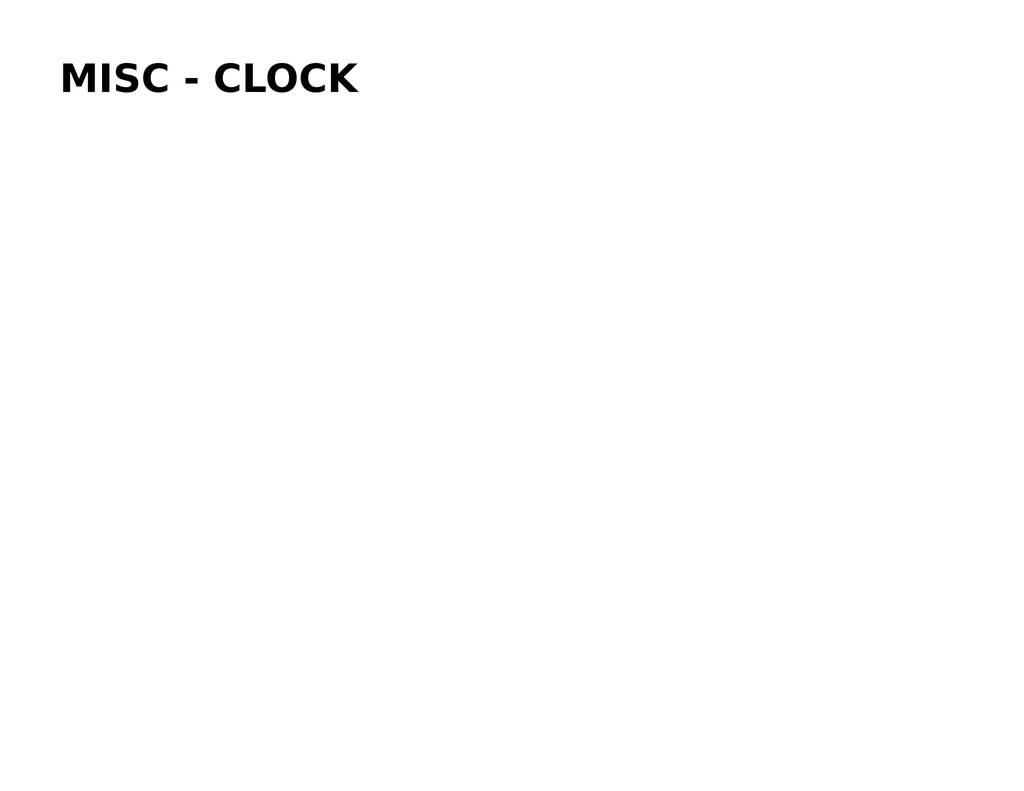
<source format=kicad_sch>
(kicad_sch
	(version 20250114)
	(generator "eeschema")
	(generator_version "9.0")
	(uuid "9d45dbc5-fc5d-4490-8a51-433afa29c55e")
	(paper "USLetter")
	(title_block
		(title "${BOARD_NAME}")
		(date "2025-04-07")
		(rev "${REVISION}")
		(company "${DESIGNER}")
	)
	(lib_symbols)
	(text "MISC - CLOCK"
		(exclude_from_sim yes)
		(at 16.256 24.13 0)
		(effects
			(font
				(face "Verdana")
				(size 7.62 7.62)
				(thickness 0.254)
				(bold yes)
				(color 0 0 0 1)
			)
			(justify left)
		)
		(uuid "906e6b2d-1869-4e6f-b3f0-a20d4f0b8d92")
	)
)

</source>
